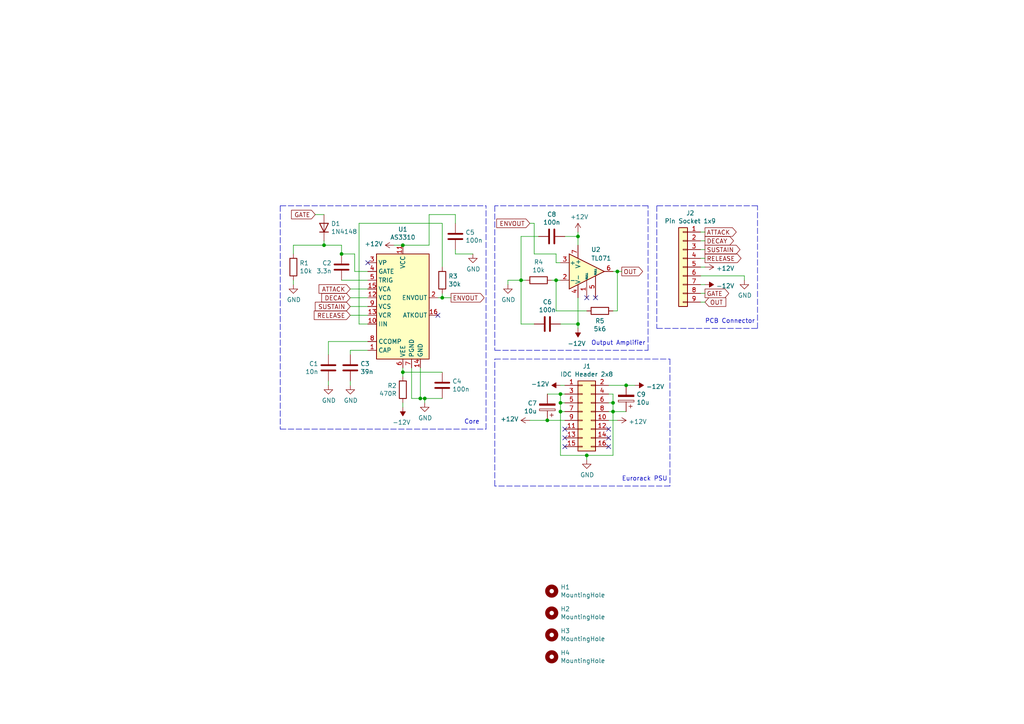
<source format=kicad_sch>
(kicad_sch (version 20211123) (generator eeschema)
  (paper "A4")
  (title_block (title "as3310-adsr back") (date "2022-01-08") (rev "1.1") (comment 3 "Released under CERN Open Hardware Licence Version 2 - Strongly Reciprocal") (comment 4 "Designed by: Rafael G. Martins"))
  (lib_symbols
    (symbol "Amplifier_Operational:TL071" (pin_names (offset 0.127))
      (property "Reference" "U" (at 0 6.35 0))
      (property "Value" "TL071" (at 0 3.81 0))
      (symbol "TL071_0_1"
        (polyline (pts (xy -5.08 5.08) (xy 5.08 0) (xy -5.08 -5.08) (xy -5.08 5.08)) (stroke (width 0.254)) (fill (type background)))
      )
      (symbol "TL071_1_1"
        (pin input line (at 0 -7.62 90) (length 5.08) (name "NULL") (number "1"))
        (pin input line (at -7.62 -2.54 0) (length 2.54) (name "-") (number "2"))
        (pin input line (at -7.62 2.54 0) (length 2.54) (name "+") (number "3"))
        (pin power_in line (at -2.54 -7.62 90) (length 3.81) (name "V-") (number "4"))
        (pin input line (at 2.54 -7.62 90) (length 6.35) (name "NULL") (number "5"))
        (pin output line (at 7.62 0 180) (length 2.54) (name "~") (number "6"))
        (pin power_in line (at -2.54 7.62 270) (length 3.81) (name "V+") (number "7"))
        (pin no_connect line (at 0 2.54 270) (length 2.54) hide (name "NC") (number "8"))
      )
    )
    (symbol "Audio:AS3310"
      (property "Reference" "U" (at -5.08 17.78 0))
      (property "Value" "AS3310" (at 5.08 17.78 0))
      (symbol "AS3310_0_1"
        (rectangle (start 7.62 -15.24) (end -7.62 15.24) (stroke (width 0.254)) (fill (type background)))
      )
      (symbol "AS3310_1_1"
        (pin passive line (at -10.16 -12.7 0) (length 2.54) (name "CAP") (number "1"))
        (pin input line (at -10.16 -5.08 0) (length 2.54) (name "IIN") (number "10"))
        (pin power_in line (at 0 17.78 270) (length 2.54) (name "VCC") (number "11"))
        (pin input line (at -10.16 2.54 0) (length 2.54) (name "VCD") (number "12"))
        (pin input line (at -10.16 -2.54 0) (length 2.54) (name "VCR") (number "13"))
        (pin power_in line (at 5.08 -17.78 90) (length 2.54) (name "GND") (number "14"))
        (pin input line (at -10.16 5.08 0) (length 2.54) (name "VCA") (number "15"))
        (pin output line (at 10.16 -2.54 180) (length 2.54) (name "ATKOUT") (number "16"))
        (pin output line (at 10.16 2.54 180) (length 2.54) (name "ENVOUT") (number "2"))
        (pin input line (at -10.16 12.7 0) (length 2.54) (name "VP") (number "3"))
        (pin input line (at -10.16 10.16 0) (length 2.54) (name "GATE") (number "4"))
        (pin input line (at -10.16 7.62 0) (length 2.54) (name "TRIG") (number "5"))
        (pin power_in line (at 0 -17.78 90) (length 2.54) (name "VEE") (number "6"))
        (pin power_in line (at 2.54 -17.78 90) (length 2.54) (name "PGND") (number "7"))
        (pin passive line (at -10.16 -10.16 0) (length 2.54) (name "CCOMP") (number "8"))
        (pin input line (at -10.16 0 0) (length 2.54) (name "VCS") (number "9"))
      )
    )
    (symbol "Connector_Generic:Conn_01x09" (pin_names (offset 1.016) hide)
      (property "Reference" "J" (at 0 12.7 0))
      (property "Value" "Conn_01x09" (at 0 -12.7 0))
      (symbol "Conn_01x09_1_1"
        (rectangle (start -1.27 -10.033) (end 0 -10.287) (stroke (width 0.1524)))
        (rectangle (start -1.27 -7.493) (end 0 -7.747) (stroke (width 0.1524)))
        (rectangle (start -1.27 -4.953) (end 0 -5.207) (stroke (width 0.1524)))
        (rectangle (start -1.27 -2.413) (end 0 -2.667) (stroke (width 0.1524)))
        (rectangle (start -1.27 0.127) (end 0 -0.127) (stroke (width 0.1524)))
        (rectangle (start -1.27 2.667) (end 0 2.413) (stroke (width 0.1524)))
        (rectangle (start -1.27 5.207) (end 0 4.953) (stroke (width 0.1524)))
        (rectangle (start -1.27 7.747) (end 0 7.493) (stroke (width 0.1524)))
        (rectangle (start -1.27 10.287) (end 0 10.033) (stroke (width 0.1524)))
        (rectangle (start -1.27 11.43) (end 1.27 -11.43) (stroke (width 0.254)) (fill (type background)))
        (pin passive line (at -5.08 10.16 0) (length 3.81) (name "Pin_1") (number "1"))
        (pin passive line (at -5.08 7.62 0) (length 3.81) (name "Pin_2") (number "2"))
        (pin passive line (at -5.08 5.08 0) (length 3.81) (name "Pin_3") (number "3"))
        (pin passive line (at -5.08 2.54 0) (length 3.81) (name "Pin_4") (number "4"))
        (pin passive line (at -5.08 0 0) (length 3.81) (name "Pin_5") (number "5"))
        (pin passive line (at -5.08 -2.54 0) (length 3.81) (name "Pin_6") (number "6"))
        (pin passive line (at -5.08 -5.08 0) (length 3.81) (name "Pin_7") (number "7"))
        (pin passive line (at -5.08 -7.62 0) (length 3.81) (name "Pin_8") (number "8"))
        (pin passive line (at -5.08 -10.16 0) (length 3.81) (name "Pin_9") (number "9"))
      )
    )
    (symbol "Connector_Generic:Conn_02x08_Odd_Even" (pin_names (offset 1.016) hide)
      (property "Reference" "J" (at 1.27 10.16 0))
      (property "Value" "Conn_02x08_Odd_Even" (at 1.27 -12.7 0))
      (symbol "Conn_02x08_Odd_Even_1_1"
        (rectangle (start -1.27 -10.033) (end 0 -10.287) (stroke (width 0.1524)))
        (rectangle (start -1.27 -7.493) (end 0 -7.747) (stroke (width 0.1524)))
        (rectangle (start -1.27 -4.953) (end 0 -5.207) (stroke (width 0.1524)))
        (rectangle (start -1.27 -2.413) (end 0 -2.667) (stroke (width 0.1524)))
        (rectangle (start -1.27 0.127) (end 0 -0.127) (stroke (width 0.1524)))
        (rectangle (start -1.27 2.667) (end 0 2.413) (stroke (width 0.1524)))
        (rectangle (start -1.27 5.207) (end 0 4.953) (stroke (width 0.1524)))
        (rectangle (start -1.27 7.747) (end 0 7.493) (stroke (width 0.1524)))
        (rectangle (start -1.27 8.89) (end 3.81 -11.43) (stroke (width 0.254)) (fill (type background)))
        (rectangle (start 3.81 -10.033) (end 2.54 -10.287) (stroke (width 0.1524)))
        (rectangle (start 3.81 -7.493) (end 2.54 -7.747) (stroke (width 0.1524)))
        (rectangle (start 3.81 -4.953) (end 2.54 -5.207) (stroke (width 0.1524)))
        (rectangle (start 3.81 -2.413) (end 2.54 -2.667) (stroke (width 0.1524)))
        (rectangle (start 3.81 0.127) (end 2.54 -0.127) (stroke (width 0.1524)))
        (rectangle (start 3.81 2.667) (end 2.54 2.413) (stroke (width 0.1524)))
        (rectangle (start 3.81 5.207) (end 2.54 4.953) (stroke (width 0.1524)))
        (rectangle (start 3.81 7.747) (end 2.54 7.493) (stroke (width 0.1524)))
        (pin passive line (at -5.08 7.62 0) (length 3.81) (name "Pin_1") (number "1"))
        (pin passive line (at 7.62 -2.54 180) (length 3.81) (name "Pin_10") (number "10"))
        (pin passive line (at -5.08 -5.08 0) (length 3.81) (name "Pin_11") (number "11"))
        (pin passive line (at 7.62 -5.08 180) (length 3.81) (name "Pin_12") (number "12"))
        (pin passive line (at -5.08 -7.62 0) (length 3.81) (name "Pin_13") (number "13"))
        (pin passive line (at 7.62 -7.62 180) (length 3.81) (name "Pin_14") (number "14"))
        (pin passive line (at -5.08 -10.16 0) (length 3.81) (name "Pin_15") (number "15"))
        (pin passive line (at 7.62 -10.16 180) (length 3.81) (name "Pin_16") (number "16"))
        (pin passive line (at 7.62 7.62 180) (length 3.81) (name "Pin_2") (number "2"))
        (pin passive line (at -5.08 5.08 0) (length 3.81) (name "Pin_3") (number "3"))
        (pin passive line (at 7.62 5.08 180) (length 3.81) (name "Pin_4") (number "4"))
        (pin passive line (at -5.08 2.54 0) (length 3.81) (name "Pin_5") (number "5"))
        (pin passive line (at 7.62 2.54 180) (length 3.81) (name "Pin_6") (number "6"))
        (pin passive line (at -5.08 0 0) (length 3.81) (name "Pin_7") (number "7"))
        (pin passive line (at 7.62 0 180) (length 3.81) (name "Pin_8") (number "8"))
        (pin passive line (at -5.08 -2.54 0) (length 3.81) (name "Pin_9") (number "9"))
      )
    )
    (symbol "Device:C" (pin_numbers hide) (pin_names (offset 0.254))
      (property "Reference" "C" (at 0.635 2.54 0))
      (property "Value" "C" (at 0.635 -2.54 0))
      (symbol "C_0_1"
        (polyline (pts (xy -2.032 -0.762) (xy 2.032 -0.762)) (stroke (width 0.508)))
        (polyline (pts (xy -2.032 0.762) (xy 2.032 0.762)) (stroke (width 0.508)))
      )
      (symbol "C_1_1"
        (pin passive line (at 0 3.81 270) (length 2.794) (name "~") (number "1"))
        (pin passive line (at 0 -3.81 90) (length 2.794) (name "~") (number "2"))
      )
    )
    (symbol "Device:C_Polarized" (pin_numbers hide) (pin_names (offset 0.254))
      (property "Reference" "C" (at 0.635 2.54 0))
      (property "Value" "C_Polarized" (at 0.635 -2.54 0))
      (symbol "C_Polarized_0_1"
        (rectangle (start -2.286 0.508) (end 2.286 1.016))
        (polyline (pts (xy -1.778 2.286) (xy -0.762 2.286)))
        (polyline (pts (xy -1.27 2.794) (xy -1.27 1.778)))
        (rectangle (start 2.286 -0.508) (end -2.286 -1.016) (fill (type outline)))
      )
      (symbol "C_Polarized_1_1"
        (pin passive line (at 0 3.81 270) (length 2.794) (name "~") (number "1"))
        (pin passive line (at 0 -3.81 90) (length 2.794) (name "~") (number "2"))
      )
    )
    (symbol "Device:R" (pin_numbers hide) (pin_names (offset 0))
      (property "Reference" "R" (at 2.032 0 90))
      (property "Value" "R" (at 0 0 90))
      (symbol "R_0_1"
        (rectangle (start -1.016 -2.54) (end 1.016 2.54) (stroke (width 0.254)))
      )
      (symbol "R_1_1"
        (pin passive line (at 0 3.81 270) (length 1.27) (name "~") (number "1"))
        (pin passive line (at 0 -3.81 90) (length 1.27) (name "~") (number "2"))
      )
    )
    (symbol "Diode:1N4148" (pin_numbers hide) (pin_names (offset 1.016) hide)
      (property "Reference" "D" (at 0 2.54 0))
      (property "Value" "1N4148" (at 0 -2.54 0))
      (symbol "1N4148_0_1"
        (polyline (pts (xy -1.27 1.27) (xy -1.27 -1.27)) (stroke (width 0.254)))
        (polyline (pts (xy 1.27 0) (xy -1.27 0)))
        (polyline (pts (xy 1.27 1.27) (xy 1.27 -1.27) (xy -1.27 0) (xy 1.27 1.27)) (stroke (width 0.254)))
      )
      (symbol "1N4148_1_1"
        (pin passive line (at -3.81 0 0) (length 2.54) (name "K") (number "1"))
        (pin passive line (at 3.81 0 180) (length 2.54) (name "A") (number "2"))
      )
    )
    (symbol "Mechanical:MountingHole" (pin_names (offset 1.016))
      (property "Reference" "H" (at 0 5.08 0))
      (property "Value" "MountingHole" (at 0 3.175 0))
      (symbol "MountingHole_0_1"
        (circle (center 0 0) (radius 1.27) (stroke (width 1.27)))
      )
    )
    (symbol "power:+12V" (power) (pin_names (offset 0))
      (property "Value" "+12V" (at 0 3.556 0))
      (symbol "+12V_0_1"
        (polyline (pts (xy -0.762 1.27) (xy 0 2.54)))
        (polyline (pts (xy 0 0) (xy 0 2.54)))
        (polyline (pts (xy 0 2.54) (xy 0.762 1.27)))
      )
      (symbol "+12V_1_1"
        (pin power_in line (at 0 0 90) (length 0) hide (name "+12V") (number "1"))
      )
    )
    (symbol "power:-12V" (power) (pin_names (offset 0))
      (property "Value" "-12V" (at 0 3.81 0))
      (symbol "-12V_0_0"
        (pin power_in line (at 0 0 90) (length 0) hide (name "-12V") (number "1"))
      )
      (symbol "-12V_0_1"
        (polyline (pts (xy 0 0) (xy 0 1.27) (xy 0.762 1.27) (xy 0 2.54) (xy -0.762 1.27) (xy 0 1.27)) (fill (type outline)))
      )
    )
    (symbol "power:GND" (power) (pin_names (offset 0))
      (property "Value" "GND" (at 0 -3.81 0))
      (symbol "GND_0_1"
        (polyline (pts (xy 0 0) (xy 0 -1.27) (xy 1.27 -1.27) (xy 0 -2.54) (xy -1.27 -1.27) (xy 0 -1.27)))
      )
      (symbol "GND_1_1"
        (pin power_in line (at 0 0 270) (length 0) hide (name "GND") (number "1"))
      )
    )
  )
  (junction (at 158.75 121.92))
  (junction (at 121.92 115.57))
  (junction (at 167.64 93.98))
  (junction (at 162.56 119.38))
  (junction (at 116.84 107.95))
  (junction (at 181.61 111.76))
  (junction (at 161.29 81.28))
  (junction (at 93.98 71.12))
  (junction (at 151.13 81.28))
  (junction (at 162.56 116.84))
  (junction (at 123.19 115.57))
  (junction (at 177.8 116.84))
  (junction (at 99.06 73.66))
  (junction (at 116.84 71.12))
  (junction (at 177.8 119.38))
  (junction (at 128.27 86.36))
  (junction (at 162.56 114.3))
  (junction (at 170.18 132.08))
  (junction (at 179.07 78.74))
  (junction (at 167.64 68.58))
  (no_connect (at 176.53 124.46))
  (no_connect (at 176.53 129.54))
  (no_connect (at 170.18 86.36))
  (no_connect (at 106.68 76.2))
  (no_connect (at 127 91.44))
  (no_connect (at 172.72 86.36))
  (no_connect (at 163.83 129.54))
  (no_connect (at 176.53 127))
  (no_connect (at 163.83 127))
  (no_connect (at 163.83 124.46))
  (wire (pts (xy 101.6 86.36) (xy 106.68 86.36)))
  (wire (pts (xy 93.98 69.85) (xy 93.98 71.12)))
  (wire (pts (xy 177.8 78.74) (xy 179.07 78.74)))
  (polyline (pts (xy 190.5 95.25) (xy 219.71 95.25)))
  (wire (pts (xy 116.84 107.95) (xy 128.27 107.95)))
  (polyline (pts (xy 187.96 101.6) (xy 187.96 59.69)))
  (wire (pts (xy 203.2 85.09) (xy 204.47 85.09)))
  (wire (pts (xy 85.09 71.12) (xy 93.98 71.12)))
  (wire (pts (xy 147.32 82.55) (xy 147.32 81.28)))
  (polyline (pts (xy 143.51 101.6) (xy 187.96 101.6)))
  (wire (pts (xy 151.13 81.28) (xy 151.13 68.58)))
  (wire (pts (xy 102.87 78.74) (xy 102.87 73.66)))
  (wire (pts (xy 167.64 86.36) (xy 167.64 93.98)))
  (wire (pts (xy 95.25 102.87) (xy 95.25 99.06)))
  (wire (pts (xy 170.18 90.17) (xy 161.29 90.17)))
  (wire (pts (xy 177.8 114.3) (xy 177.8 116.84)))
  (wire (pts (xy 162.56 93.98) (xy 167.64 93.98)))
  (wire (pts (xy 106.68 78.74) (xy 102.87 78.74)))
  (wire (pts (xy 203.2 69.85) (xy 204.47 69.85)))
  (polyline (pts (xy 81.28 59.69) (xy 140.97 59.69)))
  (wire (pts (xy 101.6 101.6) (xy 106.68 101.6)))
  (wire (pts (xy 85.09 82.55) (xy 85.09 81.28)))
  (wire (pts (xy 179.07 90.17) (xy 179.07 78.74)))
  (wire (pts (xy 151.13 68.58) (xy 156.21 68.58)))
  (polyline (pts (xy 194.31 140.97) (xy 143.51 140.97)))
  (polyline (pts (xy 219.71 95.25) (xy 219.71 59.69)))
  (wire (pts (xy 119.38 106.68) (xy 119.38 115.57)))
  (wire (pts (xy 121.92 115.57) (xy 123.19 115.57)))
  (wire (pts (xy 151.13 93.98) (xy 154.94 93.98)))
  (wire (pts (xy 177.8 119.38) (xy 176.53 119.38)))
  (wire (pts (xy 104.14 64.77) (xy 104.14 93.98)))
  (wire (pts (xy 101.6 83.82) (xy 106.68 83.82)))
  (wire (pts (xy 162.56 132.08) (xy 170.18 132.08)))
  (wire (pts (xy 124.46 62.23) (xy 132.08 62.23)))
  (wire (pts (xy 123.19 115.57) (xy 128.27 115.57)))
  (wire (pts (xy 203.2 82.55) (xy 204.47 82.55)))
  (wire (pts (xy 163.83 116.84) (xy 162.56 116.84)))
  (wire (pts (xy 123.19 116.84) (xy 123.19 115.57)))
  (wire (pts (xy 161.29 73.66) (xy 154.94 73.66)))
  (wire (pts (xy 154.94 64.77) (xy 153.67 64.77)))
  (wire (pts (xy 161.29 90.17) (xy 161.29 81.28)))
  (wire (pts (xy 154.94 73.66) (xy 154.94 64.77)))
  (wire (pts (xy 101.6 102.87) (xy 101.6 101.6)))
  (wire (pts (xy 162.56 119.38) (xy 163.83 119.38)))
  (wire (pts (xy 158.75 114.3) (xy 162.56 114.3)))
  (wire (pts (xy 85.09 73.66) (xy 85.09 71.12)))
  (polyline (pts (xy 219.71 59.69) (xy 190.5 59.69)))
  (wire (pts (xy 203.2 72.39) (xy 204.47 72.39)))
  (wire (pts (xy 101.6 91.44) (xy 106.68 91.44)))
  (polyline (pts (xy 143.51 140.97) (xy 143.51 104.14)))
  (polyline (pts (xy 143.51 59.69) (xy 143.51 101.6)))
  (wire (pts (xy 128.27 77.47) (xy 128.27 64.77)))
  (wire (pts (xy 167.64 68.58) (xy 167.64 67.31)))
  (polyline (pts (xy 81.28 124.46) (xy 140.97 124.46)))
  (wire (pts (xy 99.06 81.28) (xy 106.68 81.28)))
  (wire (pts (xy 158.75 121.92) (xy 163.83 121.92)))
  (wire (pts (xy 177.8 132.08) (xy 177.8 119.38)))
  (wire (pts (xy 93.98 71.12) (xy 99.06 71.12)))
  (wire (pts (xy 163.83 114.3) (xy 162.56 114.3)))
  (wire (pts (xy 104.14 64.77) (xy 128.27 64.77)))
  (wire (pts (xy 102.87 73.66) (xy 99.06 73.66)))
  (wire (pts (xy 161.29 81.28) (xy 162.56 81.28)))
  (wire (pts (xy 203.2 67.31) (xy 204.47 67.31)))
  (wire (pts (xy 116.84 107.95) (xy 116.84 109.22)))
  (polyline (pts (xy 81.28 59.69) (xy 81.28 124.46)))
  (wire (pts (xy 101.6 88.9) (xy 106.68 88.9)))
  (wire (pts (xy 176.53 121.92) (xy 179.07 121.92)))
  (wire (pts (xy 161.29 76.2) (xy 162.56 76.2)))
  (wire (pts (xy 181.61 111.76) (xy 184.15 111.76)))
  (wire (pts (xy 162.56 111.76) (xy 163.83 111.76)))
  (wire (pts (xy 147.32 81.28) (xy 151.13 81.28)))
  (wire (pts (xy 162.56 119.38) (xy 162.56 132.08)))
  (wire (pts (xy 95.25 99.06) (xy 106.68 99.06)))
  (wire (pts (xy 167.64 68.58) (xy 167.64 71.12)))
  (wire (pts (xy 167.64 95.25) (xy 167.64 93.98)))
  (wire (pts (xy 162.56 116.84) (xy 162.56 119.38)))
  (wire (pts (xy 151.13 81.28) (xy 152.4 81.28)))
  (polyline (pts (xy 194.31 104.14) (xy 194.31 140.97)))
  (wire (pts (xy 132.08 72.39) (xy 132.08 73.66)))
  (wire (pts (xy 162.56 114.3) (xy 162.56 116.84)))
  (polyline (pts (xy 140.97 124.46) (xy 140.97 59.69)))
  (wire (pts (xy 132.08 62.23) (xy 132.08 64.77)))
  (wire (pts (xy 127 86.36) (xy 128.27 86.36)))
  (wire (pts (xy 176.53 116.84) (xy 177.8 116.84)))
  (wire (pts (xy 151.13 93.98) (xy 151.13 81.28)))
  (wire (pts (xy 179.07 78.74) (xy 180.34 78.74)))
  (wire (pts (xy 121.92 106.68) (xy 121.92 115.57)))
  (polyline (pts (xy 187.96 59.69) (xy 143.51 59.69)))
  (polyline (pts (xy 190.5 59.69) (xy 190.5 95.25)))
  (wire (pts (xy 177.8 119.38) (xy 181.61 119.38)))
  (wire (pts (xy 160.02 81.28) (xy 161.29 81.28)))
  (wire (pts (xy 128.27 86.36) (xy 130.81 86.36)))
  (wire (pts (xy 176.53 114.3) (xy 177.8 114.3)))
  (wire (pts (xy 119.38 115.57) (xy 121.92 115.57)))
  (wire (pts (xy 93.98 62.23) (xy 91.44 62.23)))
  (wire (pts (xy 203.2 87.63) (xy 204.47 87.63)))
  (wire (pts (xy 124.46 71.12) (xy 124.46 62.23)))
  (wire (pts (xy 177.8 116.84) (xy 177.8 119.38)))
  (wire (pts (xy 215.9 80.01) (xy 215.9 81.28)))
  (wire (pts (xy 116.84 118.11) (xy 116.84 116.84)))
  (wire (pts (xy 203.2 74.93) (xy 204.47 74.93)))
  (wire (pts (xy 104.14 93.98) (xy 106.68 93.98)))
  (wire (pts (xy 170.18 132.08) (xy 177.8 132.08)))
  (wire (pts (xy 116.84 71.12) (xy 124.46 71.12)))
  (wire (pts (xy 170.18 133.35) (xy 170.18 132.08)))
  (wire (pts (xy 177.8 90.17) (xy 179.07 90.17)))
  (wire (pts (xy 153.67 121.92) (xy 158.75 121.92)))
  (wire (pts (xy 116.84 106.68) (xy 116.84 107.95)))
  (wire (pts (xy 203.2 80.01) (xy 215.9 80.01)))
  (polyline (pts (xy 143.51 104.14) (xy 194.31 104.14)))
  (wire (pts (xy 132.08 73.66) (xy 137.16 73.66)))
  (wire (pts (xy 163.83 68.58) (xy 167.64 68.58)))
  (wire (pts (xy 161.29 76.2) (xy 161.29 73.66)))
  (wire (pts (xy 176.53 111.76) (xy 181.61 111.76)))
  (wire (pts (xy 101.6 111.76) (xy 101.6 110.49)))
  (wire (pts (xy 114.3 71.12) (xy 116.84 71.12)))
  (wire (pts (xy 203.2 77.47) (xy 204.47 77.47)))
  (wire (pts (xy 95.25 111.76) (xy 95.25 110.49)))
  (wire (pts (xy 128.27 86.36) (xy 128.27 85.09)))
  (wire (pts (xy 99.06 71.12) (xy 99.06 73.66)))
  (text "Output Amplifier" (at 171.45 100.33 0) (effects (font (size 1.27 1.27)) (justify left bottom)))
  (text "Core" (at 134.62 123.19 0) (effects (font (size 1.27 1.27)) (justify left bottom)))
  (text "Eurorack PSU" (at 180.34 139.7 0) (effects (font (size 1.27 1.27)) (justify left bottom)))
  (text "PCB Connector" (at 204.47 93.98 0) (effects (font (size 1.27 1.27)) (justify left bottom)))
  (global_label "ENVOUT" (shape output) (at 130.81 86.36 0) (property "Intersheet References" "${INTERSHEET_REFS}" (effects hide)))
  (global_label "OUT" (shape output) (at 180.34 78.74 0) (property "Intersheet References" "${INTERSHEET_REFS}" (effects hide)))
  (global_label "DECAY" (shape input) (at 101.6 86.36 180) (property "Intersheet References" "${INTERSHEET_REFS}" (effects hide)))
  (global_label "ATTACK" (shape output) (at 204.47 67.31 0) (property "Intersheet References" "${INTERSHEET_REFS}" (effects hide)))
  (global_label "DECAY" (shape output) (at 204.47 69.85 0) (property "Intersheet References" "${INTERSHEET_REFS}" (effects hide)))
  (global_label "RELEASE" (shape output) (at 204.47 74.93 0) (property "Intersheet References" "${INTERSHEET_REFS}" (effects hide)))
  (global_label "RELEASE" (shape input) (at 101.6 91.44 180) (property "Intersheet References" "${INTERSHEET_REFS}" (effects hide)))
  (global_label "GATE" (shape input) (at 91.44 62.23 180) (property "Intersheet References" "${INTERSHEET_REFS}" (effects hide)))
  (global_label "ENVOUT" (shape input) (at 153.67 64.77 180) (property "Intersheet References" "${INTERSHEET_REFS}" (effects hide)))
  (global_label "GATE" (shape output) (at 204.47 85.09 0) (property "Intersheet References" "${INTERSHEET_REFS}" (effects hide)))
  (global_label "SUSTAIN" (shape output) (at 204.47 72.39 0) (property "Intersheet References" "${INTERSHEET_REFS}" (effects hide)))
  (global_label "ATTACK" (shape input) (at 101.6 83.82 180) (property "Intersheet References" "${INTERSHEET_REFS}" (effects hide)))
  (global_label "SUSTAIN" (shape input) (at 101.6 88.9 180) (property "Intersheet References" "${INTERSHEET_REFS}" (effects hide)))
  (global_label "OUT" (shape input) (at 204.47 87.63 0) (property "Intersheet References" "${INTERSHEET_REFS}" (effects hide)))
  (symbol (lib_id "Audio:AS3310") (at 116.84 88.9 0) (unit 1)
    (property "Reference" "U1" (at 116.84 66.5226 0))
    (property "Value" "AS3310" (at 116.84 68.834 0))
    (property "Footprint" "Package_DIP:DIP-16_W7.62mm_LongPads" (effects hide))
    (property "Datasheet" "http://www.alfarzpp.lv/eng/sc/AS3310.pdf" (effects hide))
  )
  (symbol (lib_id "power:GND") (at 123.19 116.84 0) (unit 1)
    (property "Reference" "#PWR06" (effects hide))
    (property "Value" "GND" (at 123.317 121.2342 0))
  )
  (symbol (lib_id "Connector_Generic:Conn_02x08_Odd_Even") (at 168.91 119.38 0) (unit 1)
    (property "Reference" "J1" (at 170.18 106.2482 0))
    (property "Value" "IDC Header 2x8" (at 170.18 108.5596 0))
    (property "Footprint" "Connector_IDC:IDC-Header_2x08_P2.54mm_Vertical" (effects hide))
  )
  (symbol (lib_id "Device:C_Polarized") (at 158.75 118.11 180) (unit 1)
    (property "Reference" "C7" (at 155.7528 116.9416 0) (effects (justify left)))
    (property "Value" "10u" (at 155.7528 119.253 0) (effects (justify left)))
    (property "Footprint" "Capacitor_THT:CP_Radial_D5.0mm_P2.50mm" (effects hide))
  )
  (symbol (lib_id "power:GND") (at 170.18 133.35 0) (unit 1)
    (property "Reference" "#PWR013" (effects hide))
    (property "Value" "GND" (at 170.307 137.7442 0))
  )
  (symbol (lib_id "Device:C_Polarized") (at 181.61 115.57 180) (unit 1)
    (property "Reference" "C9" (at 184.6072 114.4016 0) (effects (justify right)))
    (property "Value" "10u" (at 184.6072 116.713 0) (effects (justify right)))
    (property "Footprint" "Capacitor_THT:CP_Radial_D5.0mm_P2.50mm" (effects hide))
  )
  (symbol (lib_id "power:-12V") (at 162.56 111.76 90) (unit 1)
    (property "Reference" "#PWR010" (effects hide))
    (property "Value" "-12V" (at 159.3088 111.379 90) (effects (justify left)))
  )
  (symbol (lib_id "power:-12V") (at 184.15 111.76 270) (unit 1)
    (property "Reference" "#PWR015" (effects hide))
    (property "Value" "-12V" (at 187.4012 112.141 90) (effects (justify left)))
  )
  (symbol (lib_id "power:+12V") (at 153.67 121.92 90) (unit 1)
    (property "Reference" "#PWR09" (effects hide))
    (property "Value" "+12V" (at 150.4188 121.539 90) (effects (justify left)))
  )
  (symbol (lib_id "power:+12V") (at 179.07 121.92 270) (unit 1)
    (property "Reference" "#PWR014" (effects hide))
    (property "Value" "+12V" (at 182.3212 122.301 90) (effects (justify left)))
  )
  (symbol (lib_id "Device:R") (at 116.84 113.03 0) (unit 1)
    (property "Reference" "R2" (at 115.0874 111.8616 0) (effects (justify right)))
    (property "Value" "470R" (at 115.0874 114.173 0) (effects (justify right)))
    (property "Footprint" "Resistor_THT:R_Axial_DIN0207_L6.3mm_D2.5mm_P10.16mm_Horizontal" (effects hide))
  )
  (symbol (lib_id "power:-12V") (at 116.84 118.11 180) (unit 1)
    (property "Reference" "#PWR05" (effects hide))
    (property "Value" "-12V" (at 116.459 122.5042 0))
  )
  (symbol (lib_id "Device:C") (at 101.6 106.68 0) (unit 1)
    (property "Reference" "C3" (at 104.521 105.5116 0) (effects (justify left)))
    (property "Value" "39n" (at 104.521 107.823 0) (effects (justify left)))
    (property "Footprint" "Capacitor_THT:C_Rect_L13.0mm_W5.0mm_P10.00mm_FKS3_FKP3_MKS4" (effects hide))
  )
  (symbol (lib_id "Device:C") (at 95.25 106.68 0) (unit 1)
    (property "Reference" "C1" (at 92.329 105.5116 0) (effects (justify right)))
    (property "Value" "10n" (at 92.329 107.823 0) (effects (justify right)))
    (property "Footprint" "Capacitor_THT:C_Disc_D3.0mm_W1.6mm_P2.50mm" (effects hide))
  )
  (symbol (lib_id "power:GND") (at 95.25 111.76 0) (unit 1)
    (property "Reference" "#PWR02" (effects hide))
    (property "Value" "GND" (at 95.377 116.1542 0))
  )
  (symbol (lib_id "power:GND") (at 101.6 111.76 0) (unit 1)
    (property "Reference" "#PWR03" (effects hide))
    (property "Value" "GND" (at 101.727 116.1542 0))
  )
  (symbol (lib_id "Device:R") (at 128.27 81.28 0) (unit 1)
    (property "Reference" "R3" (at 130.048 80.1116 0) (effects (justify left)))
    (property "Value" "30k" (at 130.048 82.423 0) (effects (justify left)))
    (property "Footprint" "Resistor_THT:R_Axial_DIN0207_L6.3mm_D2.5mm_P10.16mm_Horizontal" (effects hide))
  )
  (symbol (lib_id "power:+12V") (at 114.3 71.12 90) (unit 1)
    (property "Reference" "#PWR04" (effects hide))
    (property "Value" "+12V" (at 111.0488 70.739 90) (effects (justify left)))
  )
  (symbol (lib_id "Device:C") (at 99.06 77.47 0) (unit 1)
    (property "Reference" "C2" (at 96.1644 76.3016 0) (effects (justify right)))
    (property "Value" "3.3n" (at 96.1644 78.613 0) (effects (justify right)))
    (property "Footprint" "Capacitor_THT:C_Disc_D3.0mm_W1.6mm_P2.50mm" (effects hide))
  )
  (symbol (lib_id "Device:R") (at 85.09 77.47 180) (unit 1)
    (property "Reference" "R1" (at 86.868 76.3016 0) (effects (justify right)))
    (property "Value" "10k" (at 86.868 78.613 0) (effects (justify right)))
    (property "Footprint" "Resistor_THT:R_Axial_DIN0207_L6.3mm_D2.5mm_P10.16mm_Horizontal" (effects hide))
  )
  (symbol (lib_id "power:GND") (at 85.09 82.55 0) (unit 1)
    (property "Reference" "#PWR01" (effects hide))
    (property "Value" "GND" (at 85.217 86.9442 0))
  )
  (symbol (lib_id "Amplifier_Operational:TL071") (at 170.18 78.74 0) (unit 1)
    (property "Reference" "U2" (at 171.45 72.39 0) (effects (justify left)))
    (property "Value" "TL071" (at 171.45 74.93 0) (effects (justify left)))
    (property "Footprint" "Package_DIP:DIP-8_W7.62mm_LongPads" (effects hide))
    (property "Datasheet" "http://www.ti.com/lit/ds/symlink/tl071.pdf" (effects hide))
  )
  (symbol (lib_id "power:-12V") (at 167.64 95.25 180) (unit 1)
    (property "Reference" "#PWR012" (effects hide))
    (property "Value" "-12V" (at 167.259 99.6442 0))
  )
  (symbol (lib_id "Device:R") (at 156.21 81.28 270) (unit 1)
    (property "Reference" "R4" (at 156.21 76.0222 90))
    (property "Value" "10k" (at 156.21 78.3336 90))
    (property "Footprint" "Resistor_THT:R_Axial_DIN0207_L6.3mm_D2.5mm_P10.16mm_Horizontal" (effects hide))
  )
  (symbol (lib_id "Device:R") (at 173.99 90.17 270) (unit 1)
    (property "Reference" "R5" (at 173.99 93.091 90))
    (property "Value" "5k6" (at 173.99 95.4024 90))
    (property "Footprint" "Resistor_THT:R_Axial_DIN0207_L6.3mm_D2.5mm_P10.16mm_Horizontal" (effects hide))
  )
  (symbol (lib_id "Connector_Generic:Conn_01x09") (at 198.12 77.47 0) (mirror y) (unit 1)
    (property "Reference" "J2" (at 200.2028 61.7982 0))
    (property "Value" "Pin Socket 1x9" (at 200.2028 64.1096 0))
    (property "Footprint" "Connector_PinSocket_2.54mm:PinSocket_1x09_P2.54mm_Vertical" (effects hide))
  )
  (symbol (lib_id "power:GND") (at 147.32 82.55 0) (unit 1)
    (property "Reference" "#PWR08" (effects hide))
    (property "Value" "GND" (at 147.447 86.9442 0))
  )
  (symbol (lib_id "power:+12V") (at 204.47 77.47 270) (unit 1)
    (property "Reference" "#PWR016" (effects hide))
    (property "Value" "+12V" (at 207.7212 77.851 90) (effects (justify left)))
  )
  (symbol (lib_id "power:-12V") (at 204.47 82.55 270) (unit 1)
    (property "Reference" "#PWR017" (effects hide))
    (property "Value" "-12V" (at 207.7212 82.931 90) (effects (justify left)))
  )
  (symbol (lib_id "power:GND") (at 215.9 81.28 0) (unit 1)
    (property "Reference" "#PWR018" (effects hide))
    (property "Value" "GND" (at 216.027 85.6742 0))
  )
  (symbol (lib_id "power:+12V") (at 167.64 67.31 0) (unit 1)
    (property "Reference" "#PWR011" (effects hide))
    (property "Value" "+12V" (at 168.021 62.9158 0))
  )
  (symbol (lib_id "Mechanical:MountingHole") (at 160.02 171.45 0) (unit 1)
    (property "Reference" "H1" (at 162.56 170.2816 0) (effects (justify left)))
    (property "Value" "MountingHole" (at 162.56 172.593 0) (effects (justify left)))
    (property "Footprint" "MountingHole:MountingHole_2.2mm_M2_Pad_Via" (effects hide))
  )
  (symbol (lib_id "Mechanical:MountingHole") (at 160.02 177.8 0) (unit 1)
    (property "Reference" "H2" (at 162.56 176.6316 0) (effects (justify left)))
    (property "Value" "MountingHole" (at 162.56 178.943 0) (effects (justify left)))
    (property "Footprint" "MountingHole:MountingHole_2.2mm_M2_Pad_Via" (effects hide))
  )
  (symbol (lib_id "Mechanical:MountingHole") (at 160.02 184.15 0) (unit 1)
    (property "Reference" "H3" (at 162.56 182.9816 0) (effects (justify left)))
    (property "Value" "MountingHole" (at 162.56 185.293 0) (effects (justify left)))
    (property "Footprint" "MountingHole:MountingHole_2.2mm_M2_Pad_Via" (effects hide))
  )
  (symbol (lib_id "Mechanical:MountingHole") (at 160.02 190.5 0) (unit 1)
    (property "Reference" "H4" (at 162.56 189.3316 0) (effects (justify left)))
    (property "Value" "MountingHole" (at 162.56 191.643 0) (effects (justify left)))
    (property "Footprint" "MountingHole:MountingHole_2.2mm_M2_Pad_Via" (effects hide))
  )
  (symbol (lib_id "Diode:1N4148") (at 93.98 66.04 90) (unit 1)
    (property "Reference" "D1" (at 96.012 64.8716 90) (effects (justify right)))
    (property "Value" "1N4148" (at 96.012 67.183 90) (effects (justify right)))
    (property "Footprint" "Diode_THT:D_DO-35_SOD27_P7.62mm_Horizontal" (effects hide))
    (property "Datasheet" "https://assets.nexperia.com/documents/data-sheet/1N4148_1N4448.pdf" (effects hide))
  )
  (symbol (lib_id "Device:C") (at 158.75 93.98 270) (unit 1)
    (property "Reference" "C6" (at 158.75 87.5792 90))
    (property "Value" "100n" (at 158.75 89.8906 90))
    (property "Footprint" "Capacitor_THT:C_Disc_D4.7mm_W2.5mm_P5.00mm" (effects hide))
  )
  (symbol (lib_id "Device:C") (at 160.02 68.58 270) (unit 1)
    (property "Reference" "C8" (at 160.02 62.1792 90))
    (property "Value" "100n" (at 160.02 64.4906 90))
    (property "Footprint" "Capacitor_THT:C_Disc_D4.7mm_W2.5mm_P5.00mm" (effects hide))
  )
  (symbol (lib_id "Device:C") (at 132.08 68.58 180) (unit 1)
    (property "Reference" "C5" (at 135.001 67.4116 0) (effects (justify right)))
    (property "Value" "100n" (at 135.001 69.723 0) (effects (justify right)))
    (property "Footprint" "Capacitor_THT:C_Disc_D4.7mm_W2.5mm_P5.00mm" (effects hide))
  )
  (symbol (lib_id "power:GND") (at 137.16 73.66 0) (unit 1)
    (property "Reference" "#PWR07" (effects hide))
    (property "Value" "GND" (at 137.287 78.0542 0))
  )
  (symbol (lib_id "Device:C") (at 128.27 111.76 180) (unit 1)
    (property "Reference" "C4" (at 131.191 110.5916 0) (effects (justify right)))
    (property "Value" "100n" (at 131.191 112.903 0) (effects (justify right)))
    (property "Footprint" "Capacitor_THT:C_Disc_D4.7mm_W2.5mm_P5.00mm" (effects hide))
  )
)
</source>
